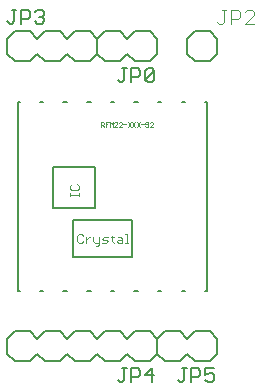
<source format=gbr>
G04 EAGLE Gerber RS-274X export*
G75*
%MOMM*%
%FSLAX34Y34*%
%LPD*%
%INSilkscreen Top*%
%IPPOS*%
%AMOC8*
5,1,8,0,0,1.08239X$1,22.5*%
G01*
%ADD10C,0.127000*%
%ADD11C,0.076200*%
%ADD12C,0.025400*%
%ADD13C,0.203200*%
%ADD14C,0.101600*%


D10*
X168900Y219700D02*
X168900Y59700D01*
X8900Y59700D02*
X8900Y219700D01*
X55400Y119700D02*
X105400Y119700D01*
X105400Y87700D01*
X55400Y87700D01*
X73900Y129700D02*
X73900Y164700D01*
X73900Y129700D02*
X38900Y129700D01*
X38900Y164700D01*
X73900Y164700D01*
X55400Y119700D02*
X55400Y87700D01*
X167386Y219700D02*
X168900Y219700D01*
X150400Y219700D02*
X147400Y219700D01*
X130400Y219700D02*
X127400Y219700D01*
X110400Y219700D02*
X107400Y219700D01*
X90400Y219700D02*
X87400Y219700D01*
X70400Y219700D02*
X67400Y219700D01*
X50400Y219700D02*
X47400Y219700D01*
X30400Y219700D02*
X27400Y219700D01*
X27400Y59700D02*
X30400Y59700D01*
X47400Y59700D02*
X50400Y59700D01*
X67400Y59700D02*
X70400Y59700D01*
X87400Y59700D02*
X90400Y59700D01*
X107400Y59700D02*
X110400Y59700D01*
X127400Y59700D02*
X130400Y59700D01*
X147400Y59700D02*
X150400Y59700D01*
X167386Y59700D02*
X168900Y59700D01*
X10600Y219700D02*
X9086Y219700D01*
X8886Y59700D02*
X10400Y59700D01*
D11*
X62903Y107325D02*
X64110Y106118D01*
X62903Y107325D02*
X60488Y107325D01*
X59281Y106118D01*
X59281Y101288D01*
X60488Y100081D01*
X62903Y100081D01*
X64110Y101288D01*
X66647Y100081D02*
X66647Y104910D01*
X66647Y102496D02*
X69062Y104910D01*
X70269Y104910D01*
X72786Y104910D02*
X72786Y101288D01*
X73993Y100081D01*
X77615Y100081D01*
X77615Y98874D02*
X77615Y104910D01*
X77615Y98874D02*
X76408Y97666D01*
X75201Y97666D01*
X80152Y100081D02*
X83774Y100081D01*
X84982Y101288D01*
X83774Y102496D01*
X81359Y102496D01*
X80152Y103703D01*
X81359Y104910D01*
X84982Y104910D01*
X88726Y106118D02*
X88726Y101288D01*
X89933Y100081D01*
X89933Y104910D02*
X87518Y104910D01*
X93637Y104910D02*
X96051Y104910D01*
X97259Y103703D01*
X97259Y100081D01*
X93637Y100081D01*
X92429Y101288D01*
X93637Y102496D01*
X97259Y102496D01*
X99796Y107325D02*
X101003Y107325D01*
X101003Y100081D01*
X99796Y100081D02*
X102210Y100081D01*
X60519Y139804D02*
X60519Y142219D01*
X60519Y141011D02*
X53275Y141011D01*
X53275Y139804D02*
X53275Y142219D01*
X53275Y148337D02*
X54482Y149544D01*
X53275Y148337D02*
X53275Y145922D01*
X54482Y144715D01*
X59312Y144715D01*
X60519Y145922D01*
X60519Y148337D01*
X59312Y149544D01*
D12*
X79409Y198479D02*
X79409Y202292D01*
X81316Y202292D01*
X81951Y201657D01*
X81951Y200386D01*
X81316Y199750D01*
X79409Y199750D01*
X80680Y199750D02*
X81951Y198479D01*
X83151Y198479D02*
X83151Y202292D01*
X85693Y202292D01*
X84422Y200386D02*
X83151Y200386D01*
X86893Y198479D02*
X86893Y202292D01*
X88164Y201021D01*
X89435Y202292D01*
X89435Y198479D01*
X90635Y198479D02*
X93177Y198479D01*
X90635Y198479D02*
X93177Y201021D01*
X93177Y201657D01*
X92542Y202292D01*
X91271Y202292D01*
X90635Y201657D01*
X94377Y198479D02*
X96919Y198479D01*
X94377Y198479D02*
X96919Y201021D01*
X96919Y201657D01*
X96284Y202292D01*
X95013Y202292D01*
X94377Y201657D01*
X98119Y200386D02*
X100661Y200386D01*
X101861Y202292D02*
X104404Y198479D01*
X101861Y198479D02*
X104404Y202292D01*
X105603Y202292D02*
X108146Y198479D01*
X105603Y198479D02*
X108146Y202292D01*
X109346Y202292D02*
X111888Y198479D01*
X109346Y198479D02*
X111888Y202292D01*
X113088Y200386D02*
X115630Y200386D01*
X118736Y202292D02*
X119372Y201657D01*
X118736Y202292D02*
X117465Y202292D01*
X116830Y201657D01*
X116830Y201021D01*
X117465Y200386D01*
X118736Y200386D01*
X119372Y199750D01*
X119372Y199115D01*
X118736Y198479D01*
X117465Y198479D01*
X116830Y199115D01*
X120572Y198479D02*
X123114Y198479D01*
X120572Y198479D02*
X123114Y201021D01*
X123114Y201657D01*
X122478Y202292D01*
X121207Y202292D01*
X120572Y201657D01*
D13*
X120650Y254000D02*
X107950Y254000D01*
X101600Y260350D01*
X101600Y273050D02*
X107950Y279400D01*
X101600Y260350D02*
X95250Y254000D01*
X82550Y254000D01*
X76200Y260350D01*
X76200Y273050D02*
X82550Y279400D01*
X95250Y279400D01*
X101600Y273050D01*
X127000Y273050D02*
X127000Y260350D01*
X120650Y254000D01*
X127000Y273050D02*
X120650Y279400D01*
X107950Y279400D01*
X76200Y273050D02*
X76200Y260350D01*
D10*
X93315Y238254D02*
X95222Y236347D01*
X97128Y236347D01*
X99035Y238254D01*
X99035Y247787D01*
X97128Y247787D02*
X100942Y247787D01*
X105009Y247787D02*
X105009Y236347D01*
X105009Y247787D02*
X110729Y247787D01*
X112636Y245880D01*
X112636Y242067D01*
X110729Y240160D01*
X105009Y240160D01*
X116703Y238254D02*
X116703Y245880D01*
X118610Y247787D01*
X122423Y247787D01*
X124329Y245880D01*
X124329Y238254D01*
X122423Y236347D01*
X118610Y236347D01*
X116703Y238254D01*
X124329Y245880D01*
D13*
X44450Y0D02*
X31750Y0D01*
X25400Y6350D01*
X25400Y19050D02*
X31750Y25400D01*
X25400Y6350D02*
X19050Y0D01*
X6350Y0D01*
X0Y6350D01*
X0Y19050D02*
X6350Y25400D01*
X19050Y25400D01*
X25400Y19050D01*
X69850Y0D02*
X76200Y6350D01*
X69850Y0D02*
X57150Y0D01*
X50800Y6350D01*
X50800Y19050D02*
X57150Y25400D01*
X69850Y25400D01*
X76200Y19050D01*
X50800Y6350D02*
X44450Y0D01*
X50800Y19050D02*
X44450Y25400D01*
X31750Y25400D01*
X107950Y0D02*
X120650Y0D01*
X107950Y0D02*
X101600Y6350D01*
X101600Y19050D02*
X107950Y25400D01*
X101600Y6350D02*
X95250Y0D01*
X82550Y0D01*
X76200Y6350D01*
X76200Y19050D02*
X82550Y25400D01*
X95250Y25400D01*
X101600Y19050D01*
X127000Y19050D02*
X127000Y6350D01*
X120650Y0D01*
X127000Y19050D02*
X120650Y25400D01*
X107950Y25400D01*
X0Y19050D02*
X0Y6350D01*
D10*
X93315Y-15746D02*
X95222Y-17653D01*
X97128Y-17653D01*
X99035Y-15746D01*
X99035Y-6213D01*
X97128Y-6213D02*
X100942Y-6213D01*
X105009Y-6213D02*
X105009Y-17653D01*
X105009Y-6213D02*
X110729Y-6213D01*
X112636Y-8120D01*
X112636Y-11933D01*
X110729Y-13840D01*
X105009Y-13840D01*
X122423Y-17653D02*
X122423Y-6213D01*
X116703Y-11933D01*
X124329Y-11933D01*
D13*
X158750Y0D02*
X171450Y0D01*
X158750Y0D02*
X152400Y6350D01*
X152400Y19050D02*
X158750Y25400D01*
X152400Y6350D02*
X146050Y0D01*
X133350Y0D01*
X127000Y6350D01*
X127000Y19050D02*
X133350Y25400D01*
X146050Y25400D01*
X152400Y19050D01*
X177800Y19050D02*
X177800Y6350D01*
X171450Y0D01*
X177800Y19050D02*
X171450Y25400D01*
X158750Y25400D01*
X127000Y19050D02*
X127000Y6350D01*
D10*
X144115Y-15746D02*
X146022Y-17653D01*
X147928Y-17653D01*
X149835Y-15746D01*
X149835Y-6213D01*
X147928Y-6213D02*
X151742Y-6213D01*
X155809Y-6213D02*
X155809Y-17653D01*
X155809Y-6213D02*
X161529Y-6213D01*
X163436Y-8120D01*
X163436Y-11933D01*
X161529Y-13840D01*
X155809Y-13840D01*
X167503Y-6213D02*
X175129Y-6213D01*
X167503Y-6213D02*
X167503Y-11933D01*
X171316Y-10027D01*
X173223Y-10027D01*
X175129Y-11933D01*
X175129Y-15746D01*
X173223Y-17653D01*
X169410Y-17653D01*
X167503Y-15746D01*
D13*
X50800Y273050D02*
X57150Y279400D01*
X69850Y279400D01*
X76200Y273050D01*
X76200Y260350D02*
X69850Y254000D01*
X57150Y254000D01*
X50800Y260350D01*
X19050Y279400D02*
X6350Y279400D01*
X19050Y279400D02*
X25400Y273050D01*
X25400Y260350D02*
X19050Y254000D01*
X25400Y273050D02*
X31750Y279400D01*
X44450Y279400D01*
X50800Y273050D01*
X50800Y260350D02*
X44450Y254000D01*
X31750Y254000D01*
X25400Y260350D01*
X0Y260350D02*
X0Y273050D01*
X6350Y279400D01*
X0Y260350D02*
X6350Y254000D01*
X19050Y254000D01*
X76200Y260350D02*
X76200Y273050D01*
D10*
X1780Y285623D02*
X-127Y287530D01*
X1780Y285623D02*
X3686Y285623D01*
X5593Y287530D01*
X5593Y297063D01*
X3686Y297063D02*
X7500Y297063D01*
X11567Y297063D02*
X11567Y285623D01*
X11567Y297063D02*
X17287Y297063D01*
X19193Y295156D01*
X19193Y291343D01*
X17287Y289436D01*
X11567Y289436D01*
X23261Y295156D02*
X25168Y297063D01*
X28981Y297063D01*
X30887Y295156D01*
X30887Y293250D01*
X28981Y291343D01*
X27074Y291343D01*
X28981Y291343D02*
X30887Y289436D01*
X30887Y287530D01*
X28981Y285623D01*
X25168Y285623D01*
X23261Y287530D01*
D13*
X171450Y279400D02*
X177800Y273050D01*
X171450Y279400D02*
X158750Y279400D01*
X152400Y273050D01*
X152400Y260350D01*
X158750Y254000D01*
X171450Y254000D01*
X177800Y260350D01*
X177800Y273050D01*
D14*
X179495Y285496D02*
X177546Y287445D01*
X179495Y285496D02*
X181444Y285496D01*
X183393Y287445D01*
X183393Y297190D01*
X181444Y297190D02*
X185342Y297190D01*
X189240Y297190D02*
X189240Y285496D01*
X189240Y297190D02*
X195087Y297190D01*
X197036Y295241D01*
X197036Y291343D01*
X195087Y289394D01*
X189240Y289394D01*
X200934Y285496D02*
X208730Y285496D01*
X200934Y285496D02*
X208730Y293292D01*
X208730Y295241D01*
X206781Y297190D01*
X202883Y297190D01*
X200934Y295241D01*
M02*

</source>
